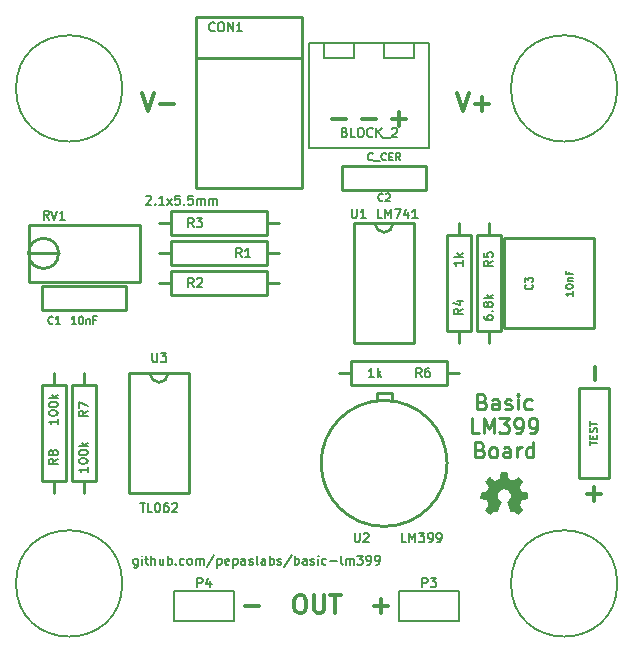
<source format=gto>
G04 (created by PCBNEW (2013-07-07 BZR 4022)-stable) date Wed 10 May 2017 02:19:22 AM CDT*
%MOIN*%
G04 Gerber Fmt 3.4, Leading zero omitted, Abs format*
%FSLAX34Y34*%
G01*
G70*
G90*
G04 APERTURE LIST*
%ADD10C,0.00590551*%
%ADD11C,0.006*%
%ADD12C,0.01*%
%ADD13C,0.012*%
%ADD14C,0.0001*%
%ADD15C,0.005*%
G04 APERTURE END LIST*
G54D10*
G54D11*
X71285Y-51671D02*
X71285Y-51914D01*
X71271Y-51942D01*
X71257Y-51957D01*
X71228Y-51971D01*
X71185Y-51971D01*
X71157Y-51957D01*
X71285Y-51857D02*
X71257Y-51871D01*
X71199Y-51871D01*
X71171Y-51857D01*
X71157Y-51842D01*
X71142Y-51814D01*
X71142Y-51728D01*
X71157Y-51700D01*
X71171Y-51685D01*
X71199Y-51671D01*
X71257Y-51671D01*
X71285Y-51685D01*
X71428Y-51871D02*
X71428Y-51671D01*
X71428Y-51571D02*
X71414Y-51585D01*
X71428Y-51600D01*
X71442Y-51585D01*
X71428Y-51571D01*
X71428Y-51600D01*
X71528Y-51671D02*
X71642Y-51671D01*
X71571Y-51571D02*
X71571Y-51828D01*
X71585Y-51857D01*
X71614Y-51871D01*
X71642Y-51871D01*
X71742Y-51871D02*
X71742Y-51571D01*
X71871Y-51871D02*
X71871Y-51714D01*
X71857Y-51685D01*
X71828Y-51671D01*
X71785Y-51671D01*
X71757Y-51685D01*
X71742Y-51700D01*
X72142Y-51671D02*
X72142Y-51871D01*
X72014Y-51671D02*
X72014Y-51828D01*
X72028Y-51857D01*
X72057Y-51871D01*
X72099Y-51871D01*
X72128Y-51857D01*
X72142Y-51842D01*
X72285Y-51871D02*
X72285Y-51571D01*
X72285Y-51685D02*
X72314Y-51671D01*
X72371Y-51671D01*
X72399Y-51685D01*
X72414Y-51700D01*
X72428Y-51728D01*
X72428Y-51814D01*
X72414Y-51842D01*
X72399Y-51857D01*
X72371Y-51871D01*
X72314Y-51871D01*
X72285Y-51857D01*
X72557Y-51842D02*
X72571Y-51857D01*
X72557Y-51871D01*
X72542Y-51857D01*
X72557Y-51842D01*
X72557Y-51871D01*
X72828Y-51857D02*
X72800Y-51871D01*
X72742Y-51871D01*
X72714Y-51857D01*
X72700Y-51842D01*
X72685Y-51814D01*
X72685Y-51728D01*
X72700Y-51700D01*
X72714Y-51685D01*
X72742Y-51671D01*
X72800Y-51671D01*
X72828Y-51685D01*
X73000Y-51871D02*
X72971Y-51857D01*
X72957Y-51842D01*
X72942Y-51814D01*
X72942Y-51728D01*
X72957Y-51700D01*
X72971Y-51685D01*
X73000Y-51671D01*
X73042Y-51671D01*
X73071Y-51685D01*
X73085Y-51700D01*
X73100Y-51728D01*
X73100Y-51814D01*
X73085Y-51842D01*
X73071Y-51857D01*
X73042Y-51871D01*
X73000Y-51871D01*
X73228Y-51871D02*
X73228Y-51671D01*
X73228Y-51700D02*
X73242Y-51685D01*
X73271Y-51671D01*
X73314Y-51671D01*
X73342Y-51685D01*
X73357Y-51714D01*
X73357Y-51871D01*
X73357Y-51714D02*
X73371Y-51685D01*
X73400Y-51671D01*
X73442Y-51671D01*
X73471Y-51685D01*
X73485Y-51714D01*
X73485Y-51871D01*
X73842Y-51557D02*
X73585Y-51942D01*
X73942Y-51671D02*
X73942Y-51971D01*
X73942Y-51685D02*
X73971Y-51671D01*
X74028Y-51671D01*
X74057Y-51685D01*
X74071Y-51700D01*
X74085Y-51728D01*
X74085Y-51814D01*
X74071Y-51842D01*
X74057Y-51857D01*
X74028Y-51871D01*
X73971Y-51871D01*
X73942Y-51857D01*
X74328Y-51857D02*
X74300Y-51871D01*
X74242Y-51871D01*
X74214Y-51857D01*
X74200Y-51828D01*
X74200Y-51714D01*
X74214Y-51685D01*
X74242Y-51671D01*
X74300Y-51671D01*
X74328Y-51685D01*
X74342Y-51714D01*
X74342Y-51742D01*
X74200Y-51771D01*
X74471Y-51671D02*
X74471Y-51971D01*
X74471Y-51685D02*
X74500Y-51671D01*
X74557Y-51671D01*
X74585Y-51685D01*
X74600Y-51700D01*
X74614Y-51728D01*
X74614Y-51814D01*
X74600Y-51842D01*
X74585Y-51857D01*
X74557Y-51871D01*
X74500Y-51871D01*
X74471Y-51857D01*
X74871Y-51871D02*
X74871Y-51714D01*
X74857Y-51685D01*
X74828Y-51671D01*
X74771Y-51671D01*
X74742Y-51685D01*
X74871Y-51857D02*
X74842Y-51871D01*
X74771Y-51871D01*
X74742Y-51857D01*
X74728Y-51828D01*
X74728Y-51800D01*
X74742Y-51771D01*
X74771Y-51757D01*
X74842Y-51757D01*
X74871Y-51742D01*
X75000Y-51857D02*
X75028Y-51871D01*
X75085Y-51871D01*
X75114Y-51857D01*
X75128Y-51828D01*
X75128Y-51814D01*
X75114Y-51785D01*
X75085Y-51771D01*
X75042Y-51771D01*
X75014Y-51757D01*
X75000Y-51728D01*
X75000Y-51714D01*
X75014Y-51685D01*
X75042Y-51671D01*
X75085Y-51671D01*
X75114Y-51685D01*
X75300Y-51871D02*
X75271Y-51857D01*
X75257Y-51828D01*
X75257Y-51571D01*
X75542Y-51871D02*
X75542Y-51714D01*
X75528Y-51685D01*
X75500Y-51671D01*
X75442Y-51671D01*
X75414Y-51685D01*
X75542Y-51857D02*
X75514Y-51871D01*
X75442Y-51871D01*
X75414Y-51857D01*
X75400Y-51828D01*
X75400Y-51800D01*
X75414Y-51771D01*
X75442Y-51757D01*
X75514Y-51757D01*
X75542Y-51742D01*
X75685Y-51871D02*
X75685Y-51571D01*
X75685Y-51685D02*
X75714Y-51671D01*
X75771Y-51671D01*
X75800Y-51685D01*
X75814Y-51700D01*
X75828Y-51728D01*
X75828Y-51814D01*
X75814Y-51842D01*
X75800Y-51857D01*
X75771Y-51871D01*
X75714Y-51871D01*
X75685Y-51857D01*
X75942Y-51857D02*
X75971Y-51871D01*
X76028Y-51871D01*
X76057Y-51857D01*
X76071Y-51828D01*
X76071Y-51814D01*
X76057Y-51785D01*
X76028Y-51771D01*
X75985Y-51771D01*
X75957Y-51757D01*
X75942Y-51728D01*
X75942Y-51714D01*
X75957Y-51685D01*
X75985Y-51671D01*
X76028Y-51671D01*
X76057Y-51685D01*
X76414Y-51557D02*
X76157Y-51942D01*
X76514Y-51871D02*
X76514Y-51571D01*
X76514Y-51685D02*
X76542Y-51671D01*
X76600Y-51671D01*
X76628Y-51685D01*
X76642Y-51700D01*
X76657Y-51728D01*
X76657Y-51814D01*
X76642Y-51842D01*
X76628Y-51857D01*
X76600Y-51871D01*
X76542Y-51871D01*
X76514Y-51857D01*
X76914Y-51871D02*
X76914Y-51714D01*
X76900Y-51685D01*
X76871Y-51671D01*
X76814Y-51671D01*
X76785Y-51685D01*
X76914Y-51857D02*
X76885Y-51871D01*
X76814Y-51871D01*
X76785Y-51857D01*
X76771Y-51828D01*
X76771Y-51800D01*
X76785Y-51771D01*
X76814Y-51757D01*
X76885Y-51757D01*
X76914Y-51742D01*
X77042Y-51857D02*
X77071Y-51871D01*
X77128Y-51871D01*
X77157Y-51857D01*
X77171Y-51828D01*
X77171Y-51814D01*
X77157Y-51785D01*
X77128Y-51771D01*
X77085Y-51771D01*
X77057Y-51757D01*
X77042Y-51728D01*
X77042Y-51714D01*
X77057Y-51685D01*
X77085Y-51671D01*
X77128Y-51671D01*
X77157Y-51685D01*
X77300Y-51871D02*
X77300Y-51671D01*
X77300Y-51571D02*
X77285Y-51585D01*
X77300Y-51600D01*
X77314Y-51585D01*
X77300Y-51571D01*
X77300Y-51600D01*
X77571Y-51857D02*
X77542Y-51871D01*
X77485Y-51871D01*
X77457Y-51857D01*
X77442Y-51842D01*
X77428Y-51814D01*
X77428Y-51728D01*
X77442Y-51700D01*
X77457Y-51685D01*
X77485Y-51671D01*
X77542Y-51671D01*
X77571Y-51685D01*
X77700Y-51757D02*
X77928Y-51757D01*
X78114Y-51871D02*
X78085Y-51857D01*
X78071Y-51828D01*
X78071Y-51571D01*
X78228Y-51871D02*
X78228Y-51671D01*
X78228Y-51700D02*
X78242Y-51685D01*
X78271Y-51671D01*
X78314Y-51671D01*
X78342Y-51685D01*
X78357Y-51714D01*
X78357Y-51871D01*
X78357Y-51714D02*
X78371Y-51685D01*
X78400Y-51671D01*
X78442Y-51671D01*
X78471Y-51685D01*
X78485Y-51714D01*
X78485Y-51871D01*
X78600Y-51571D02*
X78785Y-51571D01*
X78685Y-51685D01*
X78728Y-51685D01*
X78757Y-51700D01*
X78771Y-51714D01*
X78785Y-51742D01*
X78785Y-51814D01*
X78771Y-51842D01*
X78757Y-51857D01*
X78728Y-51871D01*
X78642Y-51871D01*
X78614Y-51857D01*
X78600Y-51842D01*
X78928Y-51871D02*
X78985Y-51871D01*
X79014Y-51857D01*
X79028Y-51842D01*
X79057Y-51800D01*
X79071Y-51742D01*
X79071Y-51628D01*
X79057Y-51600D01*
X79042Y-51585D01*
X79014Y-51571D01*
X78957Y-51571D01*
X78928Y-51585D01*
X78914Y-51600D01*
X78900Y-51628D01*
X78900Y-51700D01*
X78914Y-51728D01*
X78928Y-51742D01*
X78957Y-51757D01*
X79014Y-51757D01*
X79042Y-51742D01*
X79057Y-51728D01*
X79071Y-51700D01*
X79214Y-51871D02*
X79271Y-51871D01*
X79300Y-51857D01*
X79314Y-51842D01*
X79342Y-51800D01*
X79357Y-51742D01*
X79357Y-51628D01*
X79342Y-51600D01*
X79328Y-51585D01*
X79300Y-51571D01*
X79242Y-51571D01*
X79214Y-51585D01*
X79200Y-51600D01*
X79185Y-51628D01*
X79185Y-51700D01*
X79200Y-51728D01*
X79214Y-51742D01*
X79242Y-51757D01*
X79300Y-51757D01*
X79328Y-51742D01*
X79342Y-51728D01*
X79357Y-51700D01*
G54D12*
X82773Y-46440D02*
X82845Y-46464D01*
X82869Y-46488D01*
X82892Y-46535D01*
X82892Y-46607D01*
X82869Y-46654D01*
X82845Y-46678D01*
X82797Y-46702D01*
X82607Y-46702D01*
X82607Y-46202D01*
X82773Y-46202D01*
X82821Y-46226D01*
X82845Y-46250D01*
X82869Y-46297D01*
X82869Y-46345D01*
X82845Y-46392D01*
X82821Y-46416D01*
X82773Y-46440D01*
X82607Y-46440D01*
X83321Y-46702D02*
X83321Y-46440D01*
X83297Y-46392D01*
X83250Y-46369D01*
X83154Y-46369D01*
X83107Y-46392D01*
X83321Y-46678D02*
X83273Y-46702D01*
X83154Y-46702D01*
X83107Y-46678D01*
X83083Y-46630D01*
X83083Y-46583D01*
X83107Y-46535D01*
X83154Y-46511D01*
X83273Y-46511D01*
X83321Y-46488D01*
X83535Y-46678D02*
X83583Y-46702D01*
X83678Y-46702D01*
X83726Y-46678D01*
X83750Y-46630D01*
X83750Y-46607D01*
X83726Y-46559D01*
X83678Y-46535D01*
X83607Y-46535D01*
X83559Y-46511D01*
X83535Y-46464D01*
X83535Y-46440D01*
X83559Y-46392D01*
X83607Y-46369D01*
X83678Y-46369D01*
X83726Y-46392D01*
X83964Y-46702D02*
X83964Y-46369D01*
X83964Y-46202D02*
X83940Y-46226D01*
X83964Y-46250D01*
X83988Y-46226D01*
X83964Y-46202D01*
X83964Y-46250D01*
X84416Y-46678D02*
X84369Y-46702D01*
X84273Y-46702D01*
X84226Y-46678D01*
X84202Y-46654D01*
X84178Y-46607D01*
X84178Y-46464D01*
X84202Y-46416D01*
X84226Y-46392D01*
X84273Y-46369D01*
X84369Y-46369D01*
X84416Y-46392D01*
X82654Y-47502D02*
X82416Y-47502D01*
X82416Y-47002D01*
X82821Y-47502D02*
X82821Y-47002D01*
X82988Y-47359D01*
X83154Y-47002D01*
X83154Y-47502D01*
X83345Y-47002D02*
X83654Y-47002D01*
X83488Y-47192D01*
X83559Y-47192D01*
X83607Y-47216D01*
X83630Y-47240D01*
X83654Y-47288D01*
X83654Y-47407D01*
X83630Y-47454D01*
X83607Y-47478D01*
X83559Y-47502D01*
X83416Y-47502D01*
X83369Y-47478D01*
X83345Y-47454D01*
X83892Y-47502D02*
X83988Y-47502D01*
X84035Y-47478D01*
X84059Y-47454D01*
X84107Y-47383D01*
X84130Y-47288D01*
X84130Y-47097D01*
X84107Y-47050D01*
X84083Y-47026D01*
X84035Y-47002D01*
X83940Y-47002D01*
X83892Y-47026D01*
X83869Y-47050D01*
X83845Y-47097D01*
X83845Y-47216D01*
X83869Y-47264D01*
X83892Y-47288D01*
X83940Y-47311D01*
X84035Y-47311D01*
X84083Y-47288D01*
X84107Y-47264D01*
X84130Y-47216D01*
X84369Y-47502D02*
X84464Y-47502D01*
X84511Y-47478D01*
X84535Y-47454D01*
X84583Y-47383D01*
X84607Y-47288D01*
X84607Y-47097D01*
X84583Y-47050D01*
X84559Y-47026D01*
X84511Y-47002D01*
X84416Y-47002D01*
X84369Y-47026D01*
X84345Y-47050D01*
X84321Y-47097D01*
X84321Y-47216D01*
X84345Y-47264D01*
X84369Y-47288D01*
X84416Y-47311D01*
X84511Y-47311D01*
X84559Y-47288D01*
X84583Y-47264D01*
X84607Y-47216D01*
X82702Y-48040D02*
X82773Y-48064D01*
X82797Y-48088D01*
X82821Y-48135D01*
X82821Y-48207D01*
X82797Y-48254D01*
X82773Y-48278D01*
X82726Y-48302D01*
X82535Y-48302D01*
X82535Y-47802D01*
X82702Y-47802D01*
X82750Y-47826D01*
X82773Y-47850D01*
X82797Y-47897D01*
X82797Y-47945D01*
X82773Y-47992D01*
X82750Y-48016D01*
X82702Y-48040D01*
X82535Y-48040D01*
X83107Y-48302D02*
X83059Y-48278D01*
X83035Y-48254D01*
X83011Y-48207D01*
X83011Y-48064D01*
X83035Y-48016D01*
X83059Y-47992D01*
X83107Y-47969D01*
X83178Y-47969D01*
X83226Y-47992D01*
X83250Y-48016D01*
X83273Y-48064D01*
X83273Y-48207D01*
X83250Y-48254D01*
X83226Y-48278D01*
X83178Y-48302D01*
X83107Y-48302D01*
X83702Y-48302D02*
X83702Y-48040D01*
X83678Y-47992D01*
X83630Y-47969D01*
X83535Y-47969D01*
X83488Y-47992D01*
X83702Y-48278D02*
X83654Y-48302D01*
X83535Y-48302D01*
X83488Y-48278D01*
X83464Y-48230D01*
X83464Y-48183D01*
X83488Y-48135D01*
X83535Y-48111D01*
X83654Y-48111D01*
X83702Y-48088D01*
X83940Y-48302D02*
X83940Y-47969D01*
X83940Y-48064D02*
X83964Y-48016D01*
X83988Y-47992D01*
X84035Y-47969D01*
X84083Y-47969D01*
X84464Y-48302D02*
X84464Y-47802D01*
X84464Y-48278D02*
X84416Y-48302D01*
X84321Y-48302D01*
X84273Y-48278D01*
X84250Y-48254D01*
X84226Y-48207D01*
X84226Y-48064D01*
X84250Y-48016D01*
X84273Y-47992D01*
X84321Y-47969D01*
X84416Y-47969D01*
X84464Y-47992D01*
G54D13*
X86514Y-45271D02*
X86514Y-45728D01*
X86728Y-49514D02*
X86271Y-49514D01*
X86499Y-49742D02*
X86499Y-49285D01*
X77771Y-37014D02*
X78228Y-37014D01*
X78771Y-37014D02*
X79228Y-37014D01*
X79771Y-37014D02*
X80228Y-37014D01*
X80000Y-37242D02*
X80000Y-36785D01*
X74878Y-53264D02*
X75335Y-53264D01*
X76650Y-52892D02*
X76764Y-52892D01*
X76821Y-52921D01*
X76878Y-52978D01*
X76907Y-53092D01*
X76907Y-53292D01*
X76878Y-53407D01*
X76821Y-53464D01*
X76764Y-53492D01*
X76650Y-53492D01*
X76592Y-53464D01*
X76535Y-53407D01*
X76507Y-53292D01*
X76507Y-53092D01*
X76535Y-52978D01*
X76592Y-52921D01*
X76650Y-52892D01*
X77164Y-52892D02*
X77164Y-53378D01*
X77192Y-53435D01*
X77221Y-53464D01*
X77278Y-53492D01*
X77392Y-53492D01*
X77450Y-53464D01*
X77478Y-53435D01*
X77507Y-53378D01*
X77507Y-52892D01*
X77707Y-52892D02*
X78050Y-52892D01*
X77878Y-53492D02*
X77878Y-52892D01*
X79164Y-53264D02*
X79621Y-53264D01*
X79392Y-53492D02*
X79392Y-53035D01*
X81928Y-36142D02*
X82128Y-36742D01*
X82328Y-36142D01*
X82528Y-36514D02*
X82985Y-36514D01*
X82757Y-36742D02*
X82757Y-36285D01*
X71428Y-36142D02*
X71628Y-36742D01*
X71828Y-36142D01*
X72028Y-36514D02*
X72485Y-36514D01*
G54D12*
X79500Y-40800D02*
G75*
G03X79800Y-40500I0J300D01*
G74*
G01*
X79200Y-40500D02*
G75*
G03X79500Y-40800I300J0D01*
G74*
G01*
X80500Y-40500D02*
X80500Y-44500D01*
X80500Y-44500D02*
X78500Y-44500D01*
X78500Y-44500D02*
X78500Y-40500D01*
X78500Y-40500D02*
X80500Y-40500D01*
X82000Y-45500D02*
X81600Y-45500D01*
X81600Y-45500D02*
X81600Y-45900D01*
X81600Y-45900D02*
X78400Y-45900D01*
X78400Y-45900D02*
X78400Y-45100D01*
X78400Y-45100D02*
X81600Y-45100D01*
X81600Y-45100D02*
X81600Y-45500D01*
X78000Y-45500D02*
X78400Y-45500D01*
X82000Y-44500D02*
X82000Y-44100D01*
X82000Y-44100D02*
X81600Y-44100D01*
X81600Y-44100D02*
X81600Y-40900D01*
X81600Y-40900D02*
X82400Y-40900D01*
X82400Y-40900D02*
X82400Y-44100D01*
X82400Y-44100D02*
X82000Y-44100D01*
X82000Y-40500D02*
X82000Y-40900D01*
X83000Y-40500D02*
X83000Y-40900D01*
X83000Y-40900D02*
X83400Y-40900D01*
X83400Y-40900D02*
X83400Y-44100D01*
X83400Y-44100D02*
X82600Y-44100D01*
X82600Y-44100D02*
X82600Y-40900D01*
X82600Y-40900D02*
X83000Y-40900D01*
X83000Y-44500D02*
X83000Y-44100D01*
X72000Y-40500D02*
X72400Y-40500D01*
X72400Y-40500D02*
X72400Y-40100D01*
X72400Y-40100D02*
X75600Y-40100D01*
X75600Y-40100D02*
X75600Y-40900D01*
X75600Y-40900D02*
X72400Y-40900D01*
X72400Y-40900D02*
X72400Y-40500D01*
X76000Y-40500D02*
X75600Y-40500D01*
X72000Y-42500D02*
X72400Y-42500D01*
X72400Y-42500D02*
X72400Y-42100D01*
X72400Y-42100D02*
X75600Y-42100D01*
X75600Y-42100D02*
X75600Y-42900D01*
X75600Y-42900D02*
X72400Y-42900D01*
X72400Y-42900D02*
X72400Y-42500D01*
X76000Y-42500D02*
X75600Y-42500D01*
X76000Y-41500D02*
X75600Y-41500D01*
X75600Y-41500D02*
X75600Y-41900D01*
X75600Y-41900D02*
X72400Y-41900D01*
X72400Y-41900D02*
X72400Y-41100D01*
X72400Y-41100D02*
X75600Y-41100D01*
X75600Y-41100D02*
X75600Y-41500D01*
X72000Y-41500D02*
X72400Y-41500D01*
X76772Y-34985D02*
X73228Y-34985D01*
X76772Y-33607D02*
X73228Y-33607D01*
X73228Y-33607D02*
X73228Y-39316D01*
X73228Y-39316D02*
X76772Y-39316D01*
X76772Y-39316D02*
X76772Y-33607D01*
X67650Y-41500D02*
X68650Y-41500D01*
X68650Y-41500D02*
G75*
G03X68650Y-41500I-500J0D01*
G74*
G01*
X67650Y-42450D02*
X67650Y-40550D01*
X71350Y-40550D02*
X71350Y-42450D01*
X71350Y-42450D02*
X67650Y-42450D01*
X67650Y-40550D02*
X71350Y-40550D01*
G54D10*
X70771Y-36000D02*
G75*
G03X70771Y-36000I-1771J0D01*
G74*
G01*
X87271Y-36000D02*
G75*
G03X87271Y-36000I-1771J0D01*
G74*
G01*
X70771Y-52500D02*
G75*
G03X70771Y-52500I-1771J0D01*
G74*
G01*
X87271Y-52500D02*
G75*
G03X87271Y-52500I-1771J0D01*
G74*
G01*
X78500Y-34500D02*
X78500Y-35000D01*
X78500Y-35000D02*
X77500Y-35000D01*
X77500Y-35000D02*
X77500Y-34500D01*
X80500Y-34500D02*
X80500Y-35000D01*
X80500Y-35000D02*
X79500Y-35000D01*
X79500Y-35000D02*
X79500Y-34500D01*
X81000Y-38000D02*
X81000Y-34500D01*
X81000Y-34500D02*
X77000Y-34500D01*
X77000Y-34500D02*
X77000Y-38000D01*
X77000Y-38000D02*
X81000Y-38000D01*
G54D12*
X79750Y-46150D02*
X79750Y-46400D01*
X79250Y-46150D02*
X79250Y-46400D01*
X79250Y-46150D02*
X79750Y-46150D01*
X81600Y-48500D02*
G75*
G03X81600Y-48500I-2100J0D01*
G74*
G01*
X86500Y-44000D02*
X86500Y-41000D01*
X83500Y-44000D02*
X83500Y-41000D01*
X83500Y-41000D02*
X86500Y-41000D01*
X83500Y-44000D02*
X86500Y-44000D01*
X80900Y-39400D02*
X78100Y-39400D01*
X78100Y-39400D02*
X78100Y-38600D01*
X78100Y-38600D02*
X80900Y-38600D01*
X80900Y-38600D02*
X80900Y-39400D01*
X70900Y-43400D02*
X68100Y-43400D01*
X68100Y-43400D02*
X68100Y-42600D01*
X68100Y-42600D02*
X70900Y-42600D01*
X70900Y-42600D02*
X70900Y-43400D01*
X69500Y-45500D02*
X69500Y-45900D01*
X69500Y-45900D02*
X69900Y-45900D01*
X69900Y-45900D02*
X69900Y-49100D01*
X69900Y-49100D02*
X69100Y-49100D01*
X69100Y-49100D02*
X69100Y-45900D01*
X69100Y-45900D02*
X69500Y-45900D01*
X69500Y-49500D02*
X69500Y-49100D01*
X68500Y-49500D02*
X68500Y-49100D01*
X68500Y-49100D02*
X68100Y-49100D01*
X68100Y-49100D02*
X68100Y-45900D01*
X68100Y-45900D02*
X68900Y-45900D01*
X68900Y-45900D02*
X68900Y-49100D01*
X68900Y-49100D02*
X68500Y-49100D01*
X68500Y-45500D02*
X68500Y-45900D01*
X72000Y-45800D02*
G75*
G03X72300Y-45500I0J300D01*
G74*
G01*
X71700Y-45500D02*
G75*
G03X72000Y-45800I300J0D01*
G74*
G01*
X73000Y-45500D02*
X73000Y-49500D01*
X73000Y-49500D02*
X71000Y-49500D01*
X71000Y-49500D02*
X71000Y-45500D01*
X71000Y-45500D02*
X73000Y-45500D01*
X87000Y-49000D02*
X87000Y-46000D01*
X86000Y-49000D02*
X87000Y-49000D01*
X86000Y-46000D02*
X87000Y-46000D01*
X86000Y-49000D02*
X86000Y-46000D01*
G54D11*
X80000Y-53750D02*
X80000Y-52750D01*
X80000Y-52750D02*
X82000Y-52750D01*
X82000Y-52750D02*
X82000Y-53750D01*
X82000Y-53750D02*
X80000Y-53750D01*
X72500Y-53750D02*
X72500Y-52750D01*
X72500Y-52750D02*
X74500Y-52750D01*
X74500Y-52750D02*
X74500Y-53750D01*
X74500Y-53750D02*
X72500Y-53750D01*
G54D14*
G36*
X83023Y-50207D02*
X83031Y-50203D01*
X83050Y-50191D01*
X83076Y-50174D01*
X83107Y-50153D01*
X83138Y-50132D01*
X83164Y-50115D01*
X83182Y-50103D01*
X83189Y-50099D01*
X83193Y-50100D01*
X83208Y-50108D01*
X83230Y-50119D01*
X83242Y-50125D01*
X83262Y-50134D01*
X83272Y-50136D01*
X83273Y-50133D01*
X83281Y-50118D01*
X83292Y-50092D01*
X83307Y-50058D01*
X83324Y-50018D01*
X83342Y-49975D01*
X83360Y-49931D01*
X83378Y-49889D01*
X83393Y-49851D01*
X83406Y-49821D01*
X83414Y-49799D01*
X83417Y-49790D01*
X83416Y-49788D01*
X83406Y-49779D01*
X83389Y-49766D01*
X83351Y-49735D01*
X83315Y-49689D01*
X83292Y-49637D01*
X83285Y-49579D01*
X83291Y-49526D01*
X83312Y-49475D01*
X83348Y-49428D01*
X83392Y-49394D01*
X83443Y-49372D01*
X83500Y-49365D01*
X83555Y-49371D01*
X83607Y-49392D01*
X83654Y-49427D01*
X83673Y-49450D01*
X83700Y-49497D01*
X83716Y-49547D01*
X83717Y-49559D01*
X83715Y-49615D01*
X83699Y-49668D01*
X83670Y-49715D01*
X83629Y-49754D01*
X83624Y-49758D01*
X83605Y-49772D01*
X83593Y-49781D01*
X83583Y-49789D01*
X83653Y-49959D01*
X83664Y-49986D01*
X83684Y-50032D01*
X83701Y-50072D01*
X83714Y-50104D01*
X83724Y-50125D01*
X83728Y-50134D01*
X83728Y-50134D01*
X83734Y-50135D01*
X83747Y-50130D01*
X83771Y-50119D01*
X83787Y-50111D01*
X83805Y-50102D01*
X83813Y-50099D01*
X83820Y-50103D01*
X83837Y-50114D01*
X83862Y-50131D01*
X83892Y-50151D01*
X83921Y-50171D01*
X83948Y-50189D01*
X83967Y-50201D01*
X83977Y-50206D01*
X83978Y-50206D01*
X83986Y-50201D01*
X84002Y-50189D01*
X84025Y-50167D01*
X84057Y-50135D01*
X84062Y-50130D01*
X84089Y-50102D01*
X84111Y-50079D01*
X84126Y-50063D01*
X84131Y-50056D01*
X84131Y-50056D01*
X84126Y-50046D01*
X84114Y-50027D01*
X84096Y-50000D01*
X84075Y-49969D01*
X84019Y-49887D01*
X84050Y-49810D01*
X84059Y-49787D01*
X84071Y-49758D01*
X84080Y-49738D01*
X84085Y-49729D01*
X84093Y-49726D01*
X84114Y-49721D01*
X84145Y-49714D01*
X84181Y-49708D01*
X84216Y-49701D01*
X84247Y-49695D01*
X84270Y-49691D01*
X84280Y-49689D01*
X84282Y-49687D01*
X84284Y-49682D01*
X84286Y-49672D01*
X84286Y-49653D01*
X84287Y-49623D01*
X84287Y-49579D01*
X84287Y-49575D01*
X84286Y-49533D01*
X84286Y-49500D01*
X84285Y-49479D01*
X84283Y-49471D01*
X84283Y-49471D01*
X84273Y-49468D01*
X84251Y-49464D01*
X84220Y-49457D01*
X84182Y-49450D01*
X84180Y-49450D01*
X84143Y-49443D01*
X84112Y-49436D01*
X84090Y-49431D01*
X84081Y-49428D01*
X84079Y-49426D01*
X84071Y-49411D01*
X84060Y-49388D01*
X84048Y-49360D01*
X84036Y-49331D01*
X84025Y-49304D01*
X84018Y-49285D01*
X84016Y-49276D01*
X84016Y-49276D01*
X84022Y-49267D01*
X84035Y-49247D01*
X84053Y-49221D01*
X84075Y-49189D01*
X84076Y-49186D01*
X84098Y-49155D01*
X84115Y-49128D01*
X84127Y-49109D01*
X84131Y-49101D01*
X84131Y-49100D01*
X84124Y-49091D01*
X84108Y-49073D01*
X84085Y-49049D01*
X84057Y-49021D01*
X84048Y-49013D01*
X84018Y-48983D01*
X83997Y-48963D01*
X83983Y-48953D01*
X83977Y-48950D01*
X83977Y-48951D01*
X83967Y-48956D01*
X83947Y-48969D01*
X83920Y-48988D01*
X83888Y-49009D01*
X83886Y-49011D01*
X83855Y-49032D01*
X83829Y-49050D01*
X83810Y-49062D01*
X83802Y-49067D01*
X83800Y-49067D01*
X83788Y-49063D01*
X83765Y-49056D01*
X83738Y-49045D01*
X83709Y-49033D01*
X83682Y-49022D01*
X83662Y-49013D01*
X83653Y-49008D01*
X83653Y-49007D01*
X83649Y-48996D01*
X83644Y-48972D01*
X83637Y-48940D01*
X83630Y-48901D01*
X83629Y-48895D01*
X83622Y-48858D01*
X83616Y-48827D01*
X83611Y-48805D01*
X83609Y-48796D01*
X83604Y-48795D01*
X83585Y-48794D01*
X83557Y-48793D01*
X83523Y-48793D01*
X83488Y-48793D01*
X83454Y-48794D01*
X83424Y-48795D01*
X83403Y-48796D01*
X83394Y-48798D01*
X83393Y-48799D01*
X83390Y-48810D01*
X83385Y-48834D01*
X83378Y-48866D01*
X83371Y-48905D01*
X83370Y-48912D01*
X83363Y-48949D01*
X83356Y-48980D01*
X83352Y-49001D01*
X83349Y-49009D01*
X83346Y-49011D01*
X83331Y-49018D01*
X83306Y-49028D01*
X83274Y-49041D01*
X83202Y-49070D01*
X83114Y-49009D01*
X83106Y-49004D01*
X83074Y-48982D01*
X83048Y-48965D01*
X83030Y-48953D01*
X83022Y-48949D01*
X83022Y-48949D01*
X83013Y-48957D01*
X82995Y-48973D01*
X82971Y-48997D01*
X82944Y-49024D01*
X82923Y-49045D01*
X82899Y-49070D01*
X82883Y-49086D01*
X82875Y-49097D01*
X82872Y-49104D01*
X82873Y-49108D01*
X82878Y-49117D01*
X82891Y-49136D01*
X82909Y-49163D01*
X82931Y-49194D01*
X82949Y-49221D01*
X82968Y-49250D01*
X82980Y-49271D01*
X82985Y-49282D01*
X82984Y-49286D01*
X82977Y-49303D01*
X82967Y-49330D01*
X82954Y-49361D01*
X82923Y-49431D01*
X82877Y-49439D01*
X82849Y-49445D01*
X82810Y-49452D01*
X82773Y-49459D01*
X82715Y-49471D01*
X82713Y-49683D01*
X82722Y-49687D01*
X82731Y-49690D01*
X82752Y-49694D01*
X82783Y-49700D01*
X82819Y-49707D01*
X82850Y-49713D01*
X82881Y-49719D01*
X82903Y-49723D01*
X82913Y-49725D01*
X82916Y-49729D01*
X82924Y-49744D01*
X82935Y-49768D01*
X82947Y-49797D01*
X82959Y-49826D01*
X82970Y-49854D01*
X82978Y-49875D01*
X82981Y-49886D01*
X82977Y-49894D01*
X82965Y-49912D01*
X82948Y-49938D01*
X82927Y-49969D01*
X82905Y-50000D01*
X82888Y-50027D01*
X82875Y-50046D01*
X82870Y-50054D01*
X82873Y-50060D01*
X82885Y-50075D01*
X82908Y-50099D01*
X82943Y-50134D01*
X82949Y-50139D01*
X82976Y-50166D01*
X83000Y-50187D01*
X83016Y-50202D01*
X83023Y-50207D01*
X83023Y-50207D01*
G37*
G54D11*
X78421Y-40021D02*
X78421Y-40264D01*
X78435Y-40292D01*
X78450Y-40307D01*
X78478Y-40321D01*
X78535Y-40321D01*
X78564Y-40307D01*
X78578Y-40292D01*
X78592Y-40264D01*
X78592Y-40021D01*
X78892Y-40321D02*
X78721Y-40321D01*
X78807Y-40321D02*
X78807Y-40021D01*
X78778Y-40064D01*
X78750Y-40092D01*
X78721Y-40107D01*
X79442Y-40321D02*
X79300Y-40321D01*
X79300Y-40021D01*
X79542Y-40321D02*
X79542Y-40021D01*
X79642Y-40235D01*
X79742Y-40021D01*
X79742Y-40321D01*
X79857Y-40021D02*
X80057Y-40021D01*
X79928Y-40321D01*
X80300Y-40121D02*
X80300Y-40321D01*
X80228Y-40007D02*
X80157Y-40221D01*
X80342Y-40221D01*
X80614Y-40321D02*
X80442Y-40321D01*
X80528Y-40321D02*
X80528Y-40021D01*
X80500Y-40064D01*
X80471Y-40092D01*
X80442Y-40107D01*
X80750Y-45621D02*
X80650Y-45478D01*
X80578Y-45621D02*
X80578Y-45321D01*
X80692Y-45321D01*
X80721Y-45335D01*
X80735Y-45350D01*
X80750Y-45378D01*
X80750Y-45421D01*
X80735Y-45450D01*
X80721Y-45464D01*
X80692Y-45478D01*
X80578Y-45478D01*
X81007Y-45321D02*
X80950Y-45321D01*
X80921Y-45335D01*
X80907Y-45350D01*
X80878Y-45392D01*
X80864Y-45450D01*
X80864Y-45564D01*
X80878Y-45592D01*
X80892Y-45607D01*
X80921Y-45621D01*
X80978Y-45621D01*
X81007Y-45607D01*
X81021Y-45592D01*
X81035Y-45564D01*
X81035Y-45492D01*
X81021Y-45464D01*
X81007Y-45450D01*
X80978Y-45435D01*
X80921Y-45435D01*
X80892Y-45450D01*
X80878Y-45464D01*
X80864Y-45492D01*
X79164Y-45621D02*
X78992Y-45621D01*
X79078Y-45621D02*
X79078Y-45321D01*
X79050Y-45364D01*
X79021Y-45392D01*
X78992Y-45407D01*
X79292Y-45621D02*
X79292Y-45321D01*
X79321Y-45507D02*
X79407Y-45621D01*
X79407Y-45421D02*
X79292Y-45535D01*
X82121Y-43350D02*
X81978Y-43450D01*
X82121Y-43521D02*
X81821Y-43521D01*
X81821Y-43407D01*
X81835Y-43378D01*
X81850Y-43364D01*
X81878Y-43350D01*
X81921Y-43350D01*
X81950Y-43364D01*
X81964Y-43378D01*
X81978Y-43407D01*
X81978Y-43521D01*
X81921Y-43092D02*
X82121Y-43092D01*
X81807Y-43164D02*
X82021Y-43235D01*
X82021Y-43050D01*
X82121Y-41735D02*
X82121Y-41907D01*
X82121Y-41821D02*
X81821Y-41821D01*
X81864Y-41849D01*
X81892Y-41878D01*
X81907Y-41907D01*
X82121Y-41607D02*
X81821Y-41607D01*
X82007Y-41578D02*
X82121Y-41492D01*
X81921Y-41492D02*
X82035Y-41607D01*
X83121Y-41750D02*
X82978Y-41850D01*
X83121Y-41921D02*
X82821Y-41921D01*
X82821Y-41807D01*
X82835Y-41778D01*
X82850Y-41764D01*
X82878Y-41750D01*
X82921Y-41750D01*
X82950Y-41764D01*
X82964Y-41778D01*
X82978Y-41807D01*
X82978Y-41921D01*
X82821Y-41478D02*
X82821Y-41621D01*
X82964Y-41635D01*
X82950Y-41621D01*
X82935Y-41592D01*
X82935Y-41521D01*
X82950Y-41492D01*
X82964Y-41478D01*
X82992Y-41464D01*
X83064Y-41464D01*
X83092Y-41478D01*
X83107Y-41492D01*
X83121Y-41521D01*
X83121Y-41592D01*
X83107Y-41621D01*
X83092Y-41635D01*
X82821Y-43578D02*
X82821Y-43635D01*
X82835Y-43664D01*
X82850Y-43678D01*
X82892Y-43707D01*
X82950Y-43721D01*
X83064Y-43721D01*
X83092Y-43707D01*
X83107Y-43692D01*
X83121Y-43664D01*
X83121Y-43607D01*
X83107Y-43578D01*
X83092Y-43564D01*
X83064Y-43550D01*
X82992Y-43550D01*
X82964Y-43564D01*
X82950Y-43578D01*
X82935Y-43607D01*
X82935Y-43664D01*
X82950Y-43692D01*
X82964Y-43707D01*
X82992Y-43721D01*
X83092Y-43421D02*
X83107Y-43407D01*
X83121Y-43421D01*
X83107Y-43435D01*
X83092Y-43421D01*
X83121Y-43421D01*
X82950Y-43235D02*
X82935Y-43264D01*
X82921Y-43278D01*
X82892Y-43292D01*
X82878Y-43292D01*
X82850Y-43278D01*
X82835Y-43264D01*
X82821Y-43235D01*
X82821Y-43178D01*
X82835Y-43150D01*
X82850Y-43135D01*
X82878Y-43121D01*
X82892Y-43121D01*
X82921Y-43135D01*
X82935Y-43150D01*
X82950Y-43178D01*
X82950Y-43235D01*
X82964Y-43264D01*
X82978Y-43278D01*
X83007Y-43292D01*
X83064Y-43292D01*
X83092Y-43278D01*
X83107Y-43264D01*
X83121Y-43235D01*
X83121Y-43178D01*
X83107Y-43150D01*
X83092Y-43135D01*
X83064Y-43121D01*
X83007Y-43121D01*
X82978Y-43135D01*
X82964Y-43150D01*
X82950Y-43178D01*
X83121Y-42992D02*
X82821Y-42992D01*
X83007Y-42964D02*
X83121Y-42878D01*
X82921Y-42878D02*
X83035Y-42992D01*
X73150Y-40621D02*
X73050Y-40478D01*
X72978Y-40621D02*
X72978Y-40321D01*
X73092Y-40321D01*
X73121Y-40335D01*
X73135Y-40350D01*
X73150Y-40378D01*
X73150Y-40421D01*
X73135Y-40450D01*
X73121Y-40464D01*
X73092Y-40478D01*
X72978Y-40478D01*
X73250Y-40321D02*
X73435Y-40321D01*
X73335Y-40435D01*
X73378Y-40435D01*
X73407Y-40450D01*
X73421Y-40464D01*
X73435Y-40492D01*
X73435Y-40564D01*
X73421Y-40592D01*
X73407Y-40607D01*
X73378Y-40621D01*
X73292Y-40621D01*
X73264Y-40607D01*
X73250Y-40592D01*
X73150Y-42621D02*
X73050Y-42478D01*
X72978Y-42621D02*
X72978Y-42321D01*
X73092Y-42321D01*
X73121Y-42335D01*
X73135Y-42350D01*
X73150Y-42378D01*
X73150Y-42421D01*
X73135Y-42450D01*
X73121Y-42464D01*
X73092Y-42478D01*
X72978Y-42478D01*
X73264Y-42350D02*
X73278Y-42335D01*
X73307Y-42321D01*
X73378Y-42321D01*
X73407Y-42335D01*
X73421Y-42350D01*
X73435Y-42378D01*
X73435Y-42407D01*
X73421Y-42450D01*
X73250Y-42621D01*
X73435Y-42621D01*
X74750Y-41621D02*
X74650Y-41478D01*
X74578Y-41621D02*
X74578Y-41321D01*
X74692Y-41321D01*
X74721Y-41335D01*
X74735Y-41350D01*
X74750Y-41378D01*
X74750Y-41421D01*
X74735Y-41450D01*
X74721Y-41464D01*
X74692Y-41478D01*
X74578Y-41478D01*
X75035Y-41621D02*
X74864Y-41621D01*
X74950Y-41621D02*
X74950Y-41321D01*
X74921Y-41364D01*
X74892Y-41392D01*
X74864Y-41407D01*
X73848Y-34073D02*
X73834Y-34087D01*
X73791Y-34101D01*
X73762Y-34101D01*
X73719Y-34087D01*
X73691Y-34058D01*
X73676Y-34030D01*
X73662Y-33973D01*
X73662Y-33930D01*
X73676Y-33873D01*
X73691Y-33844D01*
X73719Y-33816D01*
X73762Y-33801D01*
X73791Y-33801D01*
X73834Y-33816D01*
X73848Y-33830D01*
X74034Y-33801D02*
X74091Y-33801D01*
X74119Y-33816D01*
X74148Y-33844D01*
X74162Y-33901D01*
X74162Y-34001D01*
X74148Y-34058D01*
X74119Y-34087D01*
X74091Y-34101D01*
X74034Y-34101D01*
X74005Y-34087D01*
X73976Y-34058D01*
X73962Y-34001D01*
X73962Y-33901D01*
X73976Y-33844D01*
X74005Y-33816D01*
X74034Y-33801D01*
X74291Y-34101D02*
X74291Y-33801D01*
X74462Y-34101D01*
X74462Y-33801D01*
X74762Y-34101D02*
X74591Y-34101D01*
X74676Y-34101D02*
X74676Y-33801D01*
X74648Y-33844D01*
X74619Y-33873D01*
X74591Y-33887D01*
X71571Y-39600D02*
X71585Y-39585D01*
X71614Y-39571D01*
X71685Y-39571D01*
X71714Y-39585D01*
X71728Y-39600D01*
X71742Y-39628D01*
X71742Y-39657D01*
X71728Y-39700D01*
X71557Y-39871D01*
X71742Y-39871D01*
X71871Y-39842D02*
X71885Y-39857D01*
X71871Y-39871D01*
X71857Y-39857D01*
X71871Y-39842D01*
X71871Y-39871D01*
X72171Y-39871D02*
X72000Y-39871D01*
X72085Y-39871D02*
X72085Y-39571D01*
X72057Y-39614D01*
X72028Y-39642D01*
X72000Y-39657D01*
X72271Y-39871D02*
X72428Y-39671D01*
X72271Y-39671D02*
X72428Y-39871D01*
X72685Y-39571D02*
X72542Y-39571D01*
X72528Y-39714D01*
X72542Y-39700D01*
X72571Y-39685D01*
X72642Y-39685D01*
X72671Y-39700D01*
X72685Y-39714D01*
X72700Y-39742D01*
X72700Y-39814D01*
X72685Y-39842D01*
X72671Y-39857D01*
X72642Y-39871D01*
X72571Y-39871D01*
X72542Y-39857D01*
X72528Y-39842D01*
X72828Y-39842D02*
X72842Y-39857D01*
X72828Y-39871D01*
X72814Y-39857D01*
X72828Y-39842D01*
X72828Y-39871D01*
X73114Y-39571D02*
X72971Y-39571D01*
X72957Y-39714D01*
X72971Y-39700D01*
X73000Y-39685D01*
X73071Y-39685D01*
X73100Y-39700D01*
X73114Y-39714D01*
X73128Y-39742D01*
X73128Y-39814D01*
X73114Y-39842D01*
X73100Y-39857D01*
X73071Y-39871D01*
X73000Y-39871D01*
X72971Y-39857D01*
X72957Y-39842D01*
X73257Y-39871D02*
X73257Y-39671D01*
X73257Y-39700D02*
X73271Y-39685D01*
X73300Y-39671D01*
X73342Y-39671D01*
X73371Y-39685D01*
X73385Y-39714D01*
X73385Y-39871D01*
X73385Y-39714D02*
X73400Y-39685D01*
X73428Y-39671D01*
X73471Y-39671D01*
X73500Y-39685D01*
X73514Y-39714D01*
X73514Y-39871D01*
X73657Y-39871D02*
X73657Y-39671D01*
X73657Y-39700D02*
X73671Y-39685D01*
X73700Y-39671D01*
X73742Y-39671D01*
X73771Y-39685D01*
X73785Y-39714D01*
X73785Y-39871D01*
X73785Y-39714D02*
X73800Y-39685D01*
X73828Y-39671D01*
X73871Y-39671D01*
X73900Y-39685D01*
X73914Y-39714D01*
X73914Y-39871D01*
X68321Y-40371D02*
X68221Y-40228D01*
X68150Y-40371D02*
X68150Y-40071D01*
X68264Y-40071D01*
X68292Y-40085D01*
X68307Y-40100D01*
X68321Y-40128D01*
X68321Y-40171D01*
X68307Y-40200D01*
X68292Y-40214D01*
X68264Y-40228D01*
X68150Y-40228D01*
X68407Y-40071D02*
X68507Y-40371D01*
X68607Y-40071D01*
X68864Y-40371D02*
X68692Y-40371D01*
X68778Y-40371D02*
X68778Y-40071D01*
X68750Y-40114D01*
X68721Y-40142D01*
X68692Y-40157D01*
X78185Y-37464D02*
X78228Y-37478D01*
X78242Y-37492D01*
X78257Y-37521D01*
X78257Y-37564D01*
X78242Y-37592D01*
X78228Y-37607D01*
X78200Y-37621D01*
X78085Y-37621D01*
X78085Y-37321D01*
X78185Y-37321D01*
X78214Y-37335D01*
X78228Y-37350D01*
X78242Y-37378D01*
X78242Y-37407D01*
X78228Y-37435D01*
X78214Y-37450D01*
X78185Y-37464D01*
X78085Y-37464D01*
X78528Y-37621D02*
X78385Y-37621D01*
X78385Y-37321D01*
X78685Y-37321D02*
X78742Y-37321D01*
X78771Y-37335D01*
X78800Y-37364D01*
X78814Y-37421D01*
X78814Y-37521D01*
X78800Y-37578D01*
X78771Y-37607D01*
X78742Y-37621D01*
X78685Y-37621D01*
X78657Y-37607D01*
X78628Y-37578D01*
X78614Y-37521D01*
X78614Y-37421D01*
X78628Y-37364D01*
X78657Y-37335D01*
X78685Y-37321D01*
X79114Y-37592D02*
X79100Y-37607D01*
X79057Y-37621D01*
X79028Y-37621D01*
X78985Y-37607D01*
X78957Y-37578D01*
X78942Y-37550D01*
X78928Y-37492D01*
X78928Y-37450D01*
X78942Y-37392D01*
X78957Y-37364D01*
X78985Y-37335D01*
X79028Y-37321D01*
X79057Y-37321D01*
X79100Y-37335D01*
X79114Y-37350D01*
X79242Y-37621D02*
X79242Y-37321D01*
X79414Y-37621D02*
X79285Y-37450D01*
X79414Y-37321D02*
X79242Y-37492D01*
X79471Y-37650D02*
X79700Y-37650D01*
X79757Y-37350D02*
X79771Y-37335D01*
X79800Y-37321D01*
X79871Y-37321D01*
X79900Y-37335D01*
X79914Y-37350D01*
X79928Y-37378D01*
X79928Y-37407D01*
X79914Y-37450D01*
X79742Y-37621D01*
X79928Y-37621D01*
X78521Y-50821D02*
X78521Y-51064D01*
X78535Y-51092D01*
X78550Y-51107D01*
X78578Y-51121D01*
X78635Y-51121D01*
X78664Y-51107D01*
X78678Y-51092D01*
X78692Y-51064D01*
X78692Y-50821D01*
X78821Y-50850D02*
X78835Y-50835D01*
X78864Y-50821D01*
X78935Y-50821D01*
X78964Y-50835D01*
X78978Y-50850D01*
X78992Y-50878D01*
X78992Y-50907D01*
X78978Y-50950D01*
X78807Y-51121D01*
X78992Y-51121D01*
X80242Y-51121D02*
X80100Y-51121D01*
X80100Y-50821D01*
X80342Y-51121D02*
X80342Y-50821D01*
X80442Y-51035D01*
X80542Y-50821D01*
X80542Y-51121D01*
X80657Y-50821D02*
X80842Y-50821D01*
X80742Y-50935D01*
X80785Y-50935D01*
X80814Y-50950D01*
X80828Y-50964D01*
X80842Y-50992D01*
X80842Y-51064D01*
X80828Y-51092D01*
X80814Y-51107D01*
X80785Y-51121D01*
X80700Y-51121D01*
X80671Y-51107D01*
X80657Y-51092D01*
X80985Y-51121D02*
X81042Y-51121D01*
X81071Y-51107D01*
X81085Y-51092D01*
X81114Y-51050D01*
X81128Y-50992D01*
X81128Y-50878D01*
X81114Y-50850D01*
X81100Y-50835D01*
X81071Y-50821D01*
X81014Y-50821D01*
X80985Y-50835D01*
X80971Y-50850D01*
X80957Y-50878D01*
X80957Y-50950D01*
X80971Y-50978D01*
X80985Y-50992D01*
X81014Y-51007D01*
X81071Y-51007D01*
X81100Y-50992D01*
X81114Y-50978D01*
X81128Y-50950D01*
X81271Y-51121D02*
X81328Y-51121D01*
X81357Y-51107D01*
X81371Y-51092D01*
X81400Y-51050D01*
X81414Y-50992D01*
X81414Y-50878D01*
X81400Y-50850D01*
X81385Y-50835D01*
X81357Y-50821D01*
X81300Y-50821D01*
X81271Y-50835D01*
X81257Y-50850D01*
X81242Y-50878D01*
X81242Y-50950D01*
X81257Y-50978D01*
X81271Y-50992D01*
X81300Y-51007D01*
X81357Y-51007D01*
X81385Y-50992D01*
X81400Y-50978D01*
X81414Y-50950D01*
G54D15*
X84427Y-42541D02*
X84439Y-42553D01*
X84451Y-42589D01*
X84451Y-42613D01*
X84439Y-42648D01*
X84415Y-42672D01*
X84391Y-42684D01*
X84344Y-42696D01*
X84308Y-42696D01*
X84260Y-42684D01*
X84236Y-42672D01*
X84213Y-42648D01*
X84201Y-42613D01*
X84201Y-42589D01*
X84213Y-42553D01*
X84225Y-42541D01*
X84201Y-42458D02*
X84201Y-42303D01*
X84296Y-42386D01*
X84296Y-42351D01*
X84308Y-42327D01*
X84320Y-42315D01*
X84344Y-42303D01*
X84403Y-42303D01*
X84427Y-42315D01*
X84439Y-42327D01*
X84451Y-42351D01*
X84451Y-42422D01*
X84439Y-42446D01*
X84427Y-42458D01*
X85801Y-42767D02*
X85801Y-42910D01*
X85801Y-42839D02*
X85551Y-42839D01*
X85586Y-42863D01*
X85610Y-42886D01*
X85622Y-42910D01*
X85551Y-42613D02*
X85551Y-42589D01*
X85563Y-42565D01*
X85575Y-42553D01*
X85598Y-42541D01*
X85646Y-42529D01*
X85705Y-42529D01*
X85753Y-42541D01*
X85777Y-42553D01*
X85789Y-42565D01*
X85801Y-42589D01*
X85801Y-42613D01*
X85789Y-42636D01*
X85777Y-42648D01*
X85753Y-42660D01*
X85705Y-42672D01*
X85646Y-42672D01*
X85598Y-42660D01*
X85575Y-42648D01*
X85563Y-42636D01*
X85551Y-42613D01*
X85634Y-42422D02*
X85801Y-42422D01*
X85658Y-42422D02*
X85646Y-42410D01*
X85634Y-42386D01*
X85634Y-42351D01*
X85646Y-42327D01*
X85670Y-42315D01*
X85801Y-42315D01*
X85670Y-42113D02*
X85670Y-42196D01*
X85801Y-42196D02*
X85551Y-42196D01*
X85551Y-42077D01*
X79458Y-39727D02*
X79446Y-39739D01*
X79410Y-39751D01*
X79386Y-39751D01*
X79351Y-39739D01*
X79327Y-39715D01*
X79315Y-39691D01*
X79303Y-39644D01*
X79303Y-39608D01*
X79315Y-39560D01*
X79327Y-39536D01*
X79351Y-39513D01*
X79386Y-39501D01*
X79410Y-39501D01*
X79446Y-39513D01*
X79458Y-39525D01*
X79553Y-39525D02*
X79565Y-39513D01*
X79589Y-39501D01*
X79648Y-39501D01*
X79672Y-39513D01*
X79684Y-39525D01*
X79696Y-39548D01*
X79696Y-39572D01*
X79684Y-39608D01*
X79541Y-39751D01*
X79696Y-39751D01*
X79119Y-38377D02*
X79107Y-38389D01*
X79071Y-38401D01*
X79047Y-38401D01*
X79011Y-38389D01*
X78988Y-38365D01*
X78976Y-38341D01*
X78964Y-38294D01*
X78964Y-38258D01*
X78976Y-38210D01*
X78988Y-38186D01*
X79011Y-38163D01*
X79047Y-38151D01*
X79071Y-38151D01*
X79107Y-38163D01*
X79119Y-38175D01*
X79166Y-38425D02*
X79357Y-38425D01*
X79559Y-38377D02*
X79547Y-38389D01*
X79511Y-38401D01*
X79488Y-38401D01*
X79452Y-38389D01*
X79428Y-38365D01*
X79416Y-38341D01*
X79404Y-38294D01*
X79404Y-38258D01*
X79416Y-38210D01*
X79428Y-38186D01*
X79452Y-38163D01*
X79488Y-38151D01*
X79511Y-38151D01*
X79547Y-38163D01*
X79559Y-38175D01*
X79666Y-38270D02*
X79750Y-38270D01*
X79785Y-38401D02*
X79666Y-38401D01*
X79666Y-38151D01*
X79785Y-38151D01*
X80035Y-38401D02*
X79952Y-38282D01*
X79892Y-38401D02*
X79892Y-38151D01*
X79988Y-38151D01*
X80011Y-38163D01*
X80023Y-38175D01*
X80035Y-38198D01*
X80035Y-38234D01*
X80023Y-38258D01*
X80011Y-38270D01*
X79988Y-38282D01*
X79892Y-38282D01*
X68458Y-43827D02*
X68446Y-43839D01*
X68410Y-43851D01*
X68386Y-43851D01*
X68351Y-43839D01*
X68327Y-43815D01*
X68315Y-43791D01*
X68303Y-43744D01*
X68303Y-43708D01*
X68315Y-43660D01*
X68327Y-43636D01*
X68351Y-43613D01*
X68386Y-43601D01*
X68410Y-43601D01*
X68446Y-43613D01*
X68458Y-43625D01*
X68696Y-43851D02*
X68553Y-43851D01*
X68625Y-43851D02*
X68625Y-43601D01*
X68601Y-43636D01*
X68577Y-43660D01*
X68553Y-43672D01*
X69232Y-43851D02*
X69089Y-43851D01*
X69160Y-43851D02*
X69160Y-43601D01*
X69136Y-43636D01*
X69113Y-43660D01*
X69089Y-43672D01*
X69386Y-43601D02*
X69410Y-43601D01*
X69434Y-43613D01*
X69446Y-43625D01*
X69458Y-43648D01*
X69470Y-43696D01*
X69470Y-43755D01*
X69458Y-43803D01*
X69446Y-43827D01*
X69434Y-43839D01*
X69410Y-43851D01*
X69386Y-43851D01*
X69363Y-43839D01*
X69351Y-43827D01*
X69339Y-43803D01*
X69327Y-43755D01*
X69327Y-43696D01*
X69339Y-43648D01*
X69351Y-43625D01*
X69363Y-43613D01*
X69386Y-43601D01*
X69577Y-43684D02*
X69577Y-43851D01*
X69577Y-43708D02*
X69589Y-43696D01*
X69613Y-43684D01*
X69648Y-43684D01*
X69672Y-43696D01*
X69684Y-43720D01*
X69684Y-43851D01*
X69886Y-43720D02*
X69803Y-43720D01*
X69803Y-43851D02*
X69803Y-43601D01*
X69922Y-43601D01*
G54D11*
X69621Y-46750D02*
X69478Y-46850D01*
X69621Y-46921D02*
X69321Y-46921D01*
X69321Y-46807D01*
X69335Y-46778D01*
X69350Y-46764D01*
X69378Y-46750D01*
X69421Y-46750D01*
X69450Y-46764D01*
X69464Y-46778D01*
X69478Y-46807D01*
X69478Y-46921D01*
X69321Y-46650D02*
X69321Y-46450D01*
X69621Y-46578D01*
X69621Y-48621D02*
X69621Y-48792D01*
X69621Y-48707D02*
X69321Y-48707D01*
X69364Y-48735D01*
X69392Y-48764D01*
X69407Y-48792D01*
X69321Y-48435D02*
X69321Y-48407D01*
X69335Y-48378D01*
X69350Y-48364D01*
X69378Y-48349D01*
X69435Y-48335D01*
X69507Y-48335D01*
X69564Y-48349D01*
X69592Y-48364D01*
X69607Y-48378D01*
X69621Y-48407D01*
X69621Y-48435D01*
X69607Y-48464D01*
X69592Y-48478D01*
X69564Y-48492D01*
X69507Y-48507D01*
X69435Y-48507D01*
X69378Y-48492D01*
X69350Y-48478D01*
X69335Y-48464D01*
X69321Y-48435D01*
X69321Y-48150D02*
X69321Y-48121D01*
X69335Y-48092D01*
X69350Y-48078D01*
X69378Y-48064D01*
X69435Y-48050D01*
X69507Y-48050D01*
X69564Y-48064D01*
X69592Y-48078D01*
X69607Y-48092D01*
X69621Y-48121D01*
X69621Y-48150D01*
X69607Y-48178D01*
X69592Y-48192D01*
X69564Y-48207D01*
X69507Y-48221D01*
X69435Y-48221D01*
X69378Y-48207D01*
X69350Y-48192D01*
X69335Y-48178D01*
X69321Y-48150D01*
X69621Y-47921D02*
X69321Y-47921D01*
X69507Y-47892D02*
X69621Y-47807D01*
X69421Y-47807D02*
X69535Y-47921D01*
X68621Y-48350D02*
X68478Y-48450D01*
X68621Y-48521D02*
X68321Y-48521D01*
X68321Y-48407D01*
X68335Y-48378D01*
X68350Y-48364D01*
X68378Y-48350D01*
X68421Y-48350D01*
X68450Y-48364D01*
X68464Y-48378D01*
X68478Y-48407D01*
X68478Y-48521D01*
X68450Y-48178D02*
X68435Y-48207D01*
X68421Y-48221D01*
X68392Y-48235D01*
X68378Y-48235D01*
X68350Y-48221D01*
X68335Y-48207D01*
X68321Y-48178D01*
X68321Y-48121D01*
X68335Y-48092D01*
X68350Y-48078D01*
X68378Y-48064D01*
X68392Y-48064D01*
X68421Y-48078D01*
X68435Y-48092D01*
X68450Y-48121D01*
X68450Y-48178D01*
X68464Y-48207D01*
X68478Y-48221D01*
X68507Y-48235D01*
X68564Y-48235D01*
X68592Y-48221D01*
X68607Y-48207D01*
X68621Y-48178D01*
X68621Y-48121D01*
X68607Y-48092D01*
X68592Y-48078D01*
X68564Y-48064D01*
X68507Y-48064D01*
X68478Y-48078D01*
X68464Y-48092D01*
X68450Y-48121D01*
X68621Y-47021D02*
X68621Y-47192D01*
X68621Y-47107D02*
X68321Y-47107D01*
X68364Y-47135D01*
X68392Y-47164D01*
X68407Y-47192D01*
X68321Y-46835D02*
X68321Y-46807D01*
X68335Y-46778D01*
X68350Y-46764D01*
X68378Y-46749D01*
X68435Y-46735D01*
X68507Y-46735D01*
X68564Y-46749D01*
X68592Y-46764D01*
X68607Y-46778D01*
X68621Y-46807D01*
X68621Y-46835D01*
X68607Y-46864D01*
X68592Y-46878D01*
X68564Y-46892D01*
X68507Y-46907D01*
X68435Y-46907D01*
X68378Y-46892D01*
X68350Y-46878D01*
X68335Y-46864D01*
X68321Y-46835D01*
X68321Y-46550D02*
X68321Y-46521D01*
X68335Y-46492D01*
X68350Y-46478D01*
X68378Y-46464D01*
X68435Y-46450D01*
X68507Y-46450D01*
X68564Y-46464D01*
X68592Y-46478D01*
X68607Y-46492D01*
X68621Y-46521D01*
X68621Y-46550D01*
X68607Y-46578D01*
X68592Y-46592D01*
X68564Y-46607D01*
X68507Y-46621D01*
X68435Y-46621D01*
X68378Y-46607D01*
X68350Y-46592D01*
X68335Y-46578D01*
X68321Y-46550D01*
X68621Y-46321D02*
X68321Y-46321D01*
X68507Y-46292D02*
X68621Y-46207D01*
X68421Y-46207D02*
X68535Y-46321D01*
X71771Y-44821D02*
X71771Y-45064D01*
X71785Y-45092D01*
X71800Y-45107D01*
X71828Y-45121D01*
X71885Y-45121D01*
X71914Y-45107D01*
X71928Y-45092D01*
X71942Y-45064D01*
X71942Y-44821D01*
X72057Y-44821D02*
X72242Y-44821D01*
X72142Y-44935D01*
X72185Y-44935D01*
X72214Y-44950D01*
X72228Y-44964D01*
X72242Y-44992D01*
X72242Y-45064D01*
X72228Y-45092D01*
X72214Y-45107D01*
X72185Y-45121D01*
X72100Y-45121D01*
X72071Y-45107D01*
X72057Y-45092D01*
X71364Y-49821D02*
X71535Y-49821D01*
X71450Y-50121D02*
X71450Y-49821D01*
X71778Y-50121D02*
X71635Y-50121D01*
X71635Y-49821D01*
X71935Y-49821D02*
X71964Y-49821D01*
X71992Y-49835D01*
X72007Y-49850D01*
X72021Y-49878D01*
X72035Y-49935D01*
X72035Y-50007D01*
X72021Y-50064D01*
X72007Y-50092D01*
X71992Y-50107D01*
X71964Y-50121D01*
X71935Y-50121D01*
X71907Y-50107D01*
X71892Y-50092D01*
X71878Y-50064D01*
X71864Y-50007D01*
X71864Y-49935D01*
X71878Y-49878D01*
X71892Y-49850D01*
X71907Y-49835D01*
X71935Y-49821D01*
X72292Y-49821D02*
X72235Y-49821D01*
X72207Y-49835D01*
X72192Y-49850D01*
X72164Y-49892D01*
X72150Y-49950D01*
X72150Y-50064D01*
X72164Y-50092D01*
X72178Y-50107D01*
X72207Y-50121D01*
X72264Y-50121D01*
X72292Y-50107D01*
X72307Y-50092D01*
X72321Y-50064D01*
X72321Y-49992D01*
X72307Y-49964D01*
X72292Y-49950D01*
X72264Y-49935D01*
X72207Y-49935D01*
X72178Y-49950D01*
X72164Y-49964D01*
X72150Y-49992D01*
X72435Y-49850D02*
X72450Y-49835D01*
X72478Y-49821D01*
X72550Y-49821D01*
X72578Y-49835D01*
X72592Y-49850D01*
X72607Y-49878D01*
X72607Y-49907D01*
X72592Y-49950D01*
X72421Y-50121D01*
X72607Y-50121D01*
G54D15*
X86351Y-47898D02*
X86351Y-47755D01*
X86601Y-47827D02*
X86351Y-47827D01*
X86470Y-47672D02*
X86470Y-47589D01*
X86601Y-47553D02*
X86601Y-47672D01*
X86351Y-47672D01*
X86351Y-47553D01*
X86589Y-47458D02*
X86601Y-47422D01*
X86601Y-47363D01*
X86589Y-47339D01*
X86577Y-47327D01*
X86553Y-47315D01*
X86529Y-47315D01*
X86505Y-47327D01*
X86494Y-47339D01*
X86482Y-47363D01*
X86470Y-47410D01*
X86458Y-47434D01*
X86446Y-47446D01*
X86422Y-47458D01*
X86398Y-47458D01*
X86375Y-47446D01*
X86363Y-47434D01*
X86351Y-47410D01*
X86351Y-47351D01*
X86363Y-47315D01*
X86351Y-47244D02*
X86351Y-47101D01*
X86601Y-47172D02*
X86351Y-47172D01*
G54D11*
X80778Y-52621D02*
X80778Y-52321D01*
X80892Y-52321D01*
X80921Y-52335D01*
X80935Y-52350D01*
X80950Y-52378D01*
X80950Y-52421D01*
X80935Y-52450D01*
X80921Y-52464D01*
X80892Y-52478D01*
X80778Y-52478D01*
X81050Y-52321D02*
X81235Y-52321D01*
X81135Y-52435D01*
X81178Y-52435D01*
X81207Y-52450D01*
X81221Y-52464D01*
X81235Y-52492D01*
X81235Y-52564D01*
X81221Y-52592D01*
X81207Y-52607D01*
X81178Y-52621D01*
X81092Y-52621D01*
X81064Y-52607D01*
X81050Y-52592D01*
X73278Y-52621D02*
X73278Y-52321D01*
X73392Y-52321D01*
X73421Y-52335D01*
X73435Y-52350D01*
X73450Y-52378D01*
X73450Y-52421D01*
X73435Y-52450D01*
X73421Y-52464D01*
X73392Y-52478D01*
X73278Y-52478D01*
X73707Y-52421D02*
X73707Y-52621D01*
X73635Y-52307D02*
X73564Y-52521D01*
X73750Y-52521D01*
M02*

</source>
